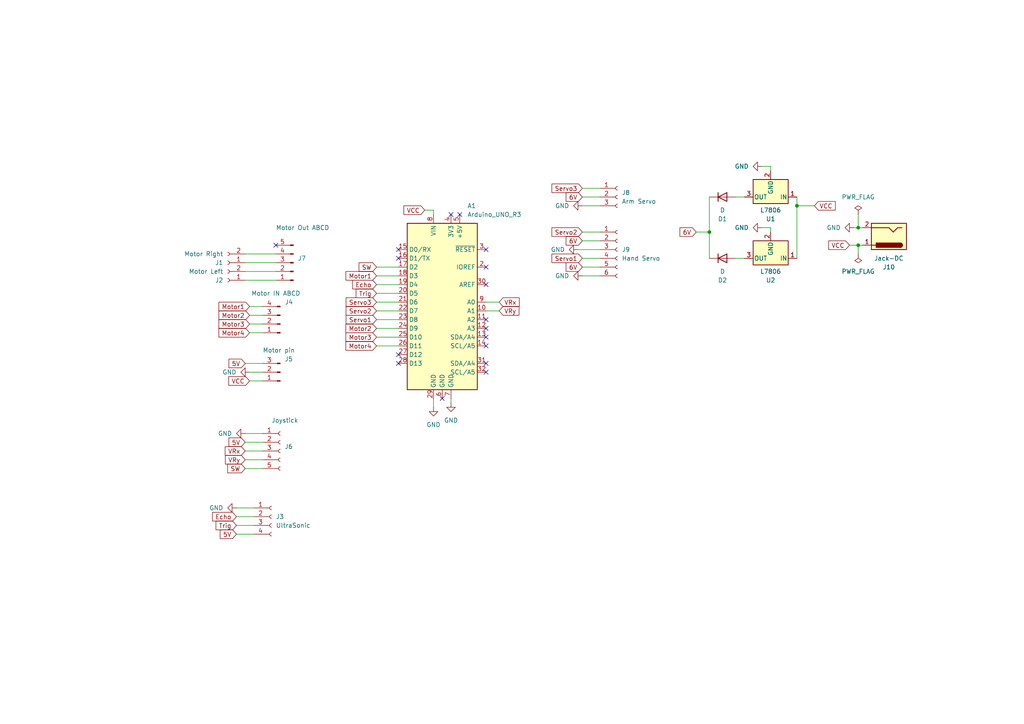
<source format=kicad_sch>
(kicad_sch (version 20230121) (generator eeschema)
  (paper "A4")
  (lib_symbols
    (symbol "Connector:Conn_01x02_Socket" (pin_names (offset 1.016) hide)
      (property "Reference" "J" (at 0 2.54 0))
      (property "Value" "Conn_01x02_Socket" (at 0 -5.08 0))
      (symbol "Conn_01x02_Socket_1_1"
        (arc (start 0 -2.032) (mid -0.5058 -2.54) (end 0 -3.048) (stroke (width 0.1524)))
        (polyline (pts (xy -1.27 -2.54) (xy -0.508 -2.54)) (stroke (width 0.1524)))
        (polyline (pts (xy -1.27 0) (xy -0.508 0)) (stroke (width 0.1524)))
        (arc (start 0 0.508) (mid -0.5058 0) (end 0 -0.508) (stroke (width 0.1524)))
        (pin passive line (at -5.08 0 0) (length 3.81) (name "Pin_1") (number "1"))
        (pin passive line (at -5.08 -2.54 0) (length 3.81) (name "Pin_2") (number "2"))
      )
    )
    (symbol "Connector:Conn_01x03_Pin" (pin_names (offset 1.016) hide)
      (property "Reference" "J" (at 0 5.08 0))
      (property "Value" "Conn_01x03_Pin" (at 0 -5.08 0))
      (symbol "Conn_01x03_Pin_1_1"
        (polyline (pts (xy 1.27 -2.54) (xy 0.8636 -2.54)) (stroke (width 0.1524)))
        (polyline (pts (xy 1.27 0) (xy 0.8636 0)) (stroke (width 0.1524)))
        (polyline (pts (xy 1.27 2.54) (xy 0.8636 2.54)) (stroke (width 0.1524)))
        (rectangle (start 0.8636 -2.413) (end 0 -2.667) (stroke (width 0.1524)) (fill (type outline)))
        (rectangle (start 0.8636 0.127) (end 0 -0.127) (stroke (width 0.1524)) (fill (type outline)))
        (rectangle (start 0.8636 2.667) (end 0 2.413) (stroke (width 0.1524)) (fill (type outline)))
        (pin passive line (at 5.08 2.54 180) (length 3.81) (name "Pin_1") (number "1"))
        (pin passive line (at 5.08 0 180) (length 3.81) (name "Pin_2") (number "2"))
        (pin passive line (at 5.08 -2.54 180) (length 3.81) (name "Pin_3") (number "3"))
      )
    )
    (symbol "Connector:Conn_01x03_Socket" (pin_names (offset 1.016) hide)
      (property "Reference" "J" (at 0 5.08 0))
      (property "Value" "Conn_01x03_Socket" (at 0 -5.08 0))
      (symbol "Conn_01x03_Socket_1_1"
        (arc (start 0 -2.032) (mid -0.5058 -2.54) (end 0 -3.048) (stroke (width 0.1524)))
        (polyline (pts (xy -1.27 -2.54) (xy -0.508 -2.54)) (stroke (width 0.1524)))
        (polyline (pts (xy -1.27 0) (xy -0.508 0)) (stroke (width 0.1524)))
        (polyline (pts (xy -1.27 2.54) (xy -0.508 2.54)) (stroke (width 0.1524)))
        (arc (start 0 0.508) (mid -0.5058 0) (end 0 -0.508) (stroke (width 0.1524)))
        (arc (start 0 3.048) (mid -0.5058 2.54) (end 0 2.032) (stroke (width 0.1524)))
        (pin passive line (at -5.08 2.54 0) (length 3.81) (name "Pin_1") (number "1"))
        (pin passive line (at -5.08 0 0) (length 3.81) (name "Pin_2") (number "2"))
        (pin passive line (at -5.08 -2.54 0) (length 3.81) (name "Pin_3") (number "3"))
      )
    )
    (symbol "Connector:Conn_01x04_Pin" (pin_names (offset 1.016) hide)
      (property "Reference" "J" (at 0 5.08 0))
      (property "Value" "Conn_01x04_Pin" (at 0 -7.62 0))
      (symbol "Conn_01x04_Pin_1_1"
        (polyline (pts (xy 1.27 -5.08) (xy 0.8636 -5.08)) (stroke (width 0.1524)))
        (polyline (pts (xy 1.27 -2.54) (xy 0.8636 -2.54)) (stroke (width 0.1524)))
        (polyline (pts (xy 1.27 0) (xy 0.8636 0)) (stroke (width 0.1524)))
        (polyline (pts (xy 1.27 2.54) (xy 0.8636 2.54)) (stroke (width 0.1524)))
        (rectangle (start 0.8636 -4.953) (end 0 -5.207) (stroke (width 0.1524)) (fill (type outline)))
        (rectangle (start 0.8636 -2.413) (end 0 -2.667) (stroke (width 0.1524)) (fill (type outline)))
        (rectangle (start 0.8636 0.127) (end 0 -0.127) (stroke (width 0.1524)) (fill (type outline)))
        (rectangle (start 0.8636 2.667) (end 0 2.413) (stroke (width 0.1524)) (fill (type outline)))
        (pin passive line (at 5.08 2.54 180) (length 3.81) (name "Pin_1") (number "1"))
        (pin passive line (at 5.08 0 180) (length 3.81) (name "Pin_2") (number "2"))
        (pin passive line (at 5.08 -2.54 180) (length 3.81) (name "Pin_3") (number "3"))
        (pin passive line (at 5.08 -5.08 180) (length 3.81) (name "Pin_4") (number "4"))
      )
    )
    (symbol "Connector:Conn_01x04_Socket" (pin_names (offset 1.016) hide)
      (property "Reference" "J" (at 0 5.08 0))
      (property "Value" "Conn_01x04_Socket" (at 0 -7.62 0))
      (symbol "Conn_01x04_Socket_1_1"
        (arc (start 0 -4.572) (mid -0.5058 -5.08) (end 0 -5.588) (stroke (width 0.1524)))
        (arc (start 0 -2.032) (mid -0.5058 -2.54) (end 0 -3.048) (stroke (width 0.1524)))
        (polyline (pts (xy -1.27 -5.08) (xy -0.508 -5.08)) (stroke (width 0.1524)))
        (polyline (pts (xy -1.27 -2.54) (xy -0.508 -2.54)) (stroke (width 0.1524)))
        (polyline (pts (xy -1.27 0) (xy -0.508 0)) (stroke (width 0.1524)))
        (polyline (pts (xy -1.27 2.54) (xy -0.508 2.54)) (stroke (width 0.1524)))
        (arc (start 0 0.508) (mid -0.5058 0) (end 0 -0.508) (stroke (width 0.1524)))
        (arc (start 0 3.048) (mid -0.5058 2.54) (end 0 2.032) (stroke (width 0.1524)))
        (pin passive line (at -5.08 2.54 0) (length 3.81) (name "Pin_1") (number "1"))
        (pin passive line (at -5.08 0 0) (length 3.81) (name "Pin_2") (number "2"))
        (pin passive line (at -5.08 -2.54 0) (length 3.81) (name "Pin_3") (number "3"))
        (pin passive line (at -5.08 -5.08 0) (length 3.81) (name "Pin_4") (number "4"))
      )
    )
    (symbol "Connector:Conn_01x05_Pin" (pin_names (offset 1.016) hide)
      (property "Reference" "J" (at 0 7.62 0))
      (property "Value" "Conn_01x05_Pin" (at 0 -7.62 0))
      (symbol "Conn_01x05_Pin_1_1"
        (polyline (pts (xy 1.27 -5.08) (xy 0.8636 -5.08)) (stroke (width 0.1524)))
        (polyline (pts (xy 1.27 -2.54) (xy 0.8636 -2.54)) (stroke (width 0.1524)))
        (polyline (pts (xy 1.27 0) (xy 0.8636 0)) (stroke (width 0.1524)))
        (polyline (pts (xy 1.27 2.54) (xy 0.8636 2.54)) (stroke (width 0.1524)))
        (polyline (pts (xy 1.27 5.08) (xy 0.8636 5.08)) (stroke (width 0.1524)))
        (rectangle (start 0.8636 -4.953) (end 0 -5.207) (stroke (width 0.1524)) (fill (type outline)))
        (rectangle (start 0.8636 -2.413) (end 0 -2.667) (stroke (width 0.1524)) (fill (type outline)))
        (rectangle (start 0.8636 0.127) (end 0 -0.127) (stroke (width 0.1524)) (fill (type outline)))
        (rectangle (start 0.8636 2.667) (end 0 2.413) (stroke (width 0.1524)) (fill (type outline)))
        (rectangle (start 0.8636 5.207) (end 0 4.953) (stroke (width 0.1524)) (fill (type outline)))
        (pin passive line (at 5.08 5.08 180) (length 3.81) (name "Pin_1") (number "1"))
        (pin passive line (at 5.08 2.54 180) (length 3.81) (name "Pin_2") (number "2"))
        (pin passive line (at 5.08 0 180) (length 3.81) (name "Pin_3") (number "3"))
        (pin passive line (at 5.08 -2.54 180) (length 3.81) (name "Pin_4") (number "4"))
        (pin passive line (at 5.08 -5.08 180) (length 3.81) (name "Pin_5") (number "5"))
      )
    )
    (symbol "Connector:Conn_01x05_Socket" (pin_names (offset 1.016) hide)
      (property "Reference" "J" (at 0 7.62 0))
      (property "Value" "Conn_01x05_Socket" (at 0 -7.62 0))
      (symbol "Conn_01x05_Socket_1_1"
        (arc (start 0 -4.572) (mid -0.5058 -5.08) (end 0 -5.588) (stroke (width 0.1524)))
        (arc (start 0 -2.032) (mid -0.5058 -2.54) (end 0 -3.048) (stroke (width 0.1524)))
        (polyline (pts (xy -1.27 -5.08) (xy -0.508 -5.08)) (stroke (width 0.1524)))
        (polyline (pts (xy -1.27 -2.54) (xy -0.508 -2.54)) (stroke (width 0.1524)))
        (polyline (pts (xy -1.27 0) (xy -0.508 0)) (stroke (width 0.1524)))
        (polyline (pts (xy -1.27 2.54) (xy -0.508 2.54)) (stroke (width 0.1524)))
        (polyline (pts (xy -1.27 5.08) (xy -0.508 5.08)) (stroke (width 0.1524)))
        (arc (start 0 0.508) (mid -0.5058 0) (end 0 -0.508) (stroke (width 0.1524)))
        (arc (start 0 3.048) (mid -0.5058 2.54) (end 0 2.032) (stroke (width 0.1524)))
        (arc (start 0 5.588) (mid -0.5058 5.08) (end 0 4.572) (stroke (width 0.1524)))
        (pin passive line (at -5.08 5.08 0) (length 3.81) (name "Pin_1") (number "1"))
        (pin passive line (at -5.08 2.54 0) (length 3.81) (name "Pin_2") (number "2"))
        (pin passive line (at -5.08 0 0) (length 3.81) (name "Pin_3") (number "3"))
        (pin passive line (at -5.08 -2.54 0) (length 3.81) (name "Pin_4") (number "4"))
        (pin passive line (at -5.08 -5.08 0) (length 3.81) (name "Pin_5") (number "5"))
      )
    )
    (symbol "Connector:Conn_01x06_Socket" (pin_names (offset 1.016) hide)
      (property "Reference" "J" (at 0 7.62 0))
      (property "Value" "Conn_01x06_Socket" (at 0 -10.16 0))
      (symbol "Conn_01x06_Socket_1_1"
        (arc (start 0 -7.112) (mid -0.5058 -7.62) (end 0 -8.128) (stroke (width 0.1524)))
        (arc (start 0 -4.572) (mid -0.5058 -5.08) (end 0 -5.588) (stroke (width 0.1524)))
        (arc (start 0 -2.032) (mid -0.5058 -2.54) (end 0 -3.048) (stroke (width 0.1524)))
        (polyline (pts (xy -1.27 -7.62) (xy -0.508 -7.62)) (stroke (width 0.1524)))
        (polyline (pts (xy -1.27 -5.08) (xy -0.508 -5.08)) (stroke (width 0.1524)))
        (polyline (pts (xy -1.27 -2.54) (xy -0.508 -2.54)) (stroke (width 0.1524)))
        (polyline (pts (xy -1.27 0) (xy -0.508 0)) (stroke (width 0.1524)))
        (polyline (pts (xy -1.27 2.54) (xy -0.508 2.54)) (stroke (width 0.1524)))
        (polyline (pts (xy -1.27 5.08) (xy -0.508 5.08)) (stroke (width 0.1524)))
        (arc (start 0 0.508) (mid -0.5058 0) (end 0 -0.508) (stroke (width 0.1524)))
        (arc (start 0 3.048) (mid -0.5058 2.54) (end 0 2.032) (stroke (width 0.1524)))
        (arc (start 0 5.588) (mid -0.5058 5.08) (end 0 4.572) (stroke (width 0.1524)))
        (pin passive line (at -5.08 5.08 0) (length 3.81) (name "Pin_1") (number "1"))
        (pin passive line (at -5.08 2.54 0) (length 3.81) (name "Pin_2") (number "2"))
        (pin passive line (at -5.08 0 0) (length 3.81) (name "Pin_3") (number "3"))
        (pin passive line (at -5.08 -2.54 0) (length 3.81) (name "Pin_4") (number "4"))
        (pin passive line (at -5.08 -5.08 0) (length 3.81) (name "Pin_5") (number "5"))
        (pin passive line (at -5.08 -7.62 0) (length 3.81) (name "Pin_6") (number "6"))
      )
    )
    (symbol "Connector:Jack-DC" (pin_names (offset 1.016))
      (property "Reference" "J" (at 0 5.334 0))
      (property "Value" "Jack-DC" (at 0 -5.08 0))
      (symbol "Jack-DC_0_1"
        (rectangle (start -5.08 3.81) (end 5.08 -3.81) (stroke (width 0.254)) (fill (type background)))
        (arc (start -3.302 3.175) (mid -3.9343 2.54) (end -3.302 1.905) (stroke (width 0.254)))
        (arc (start -3.302 3.175) (mid -3.9343 2.54) (end -3.302 1.905) (stroke (width 0.254)) (fill (type outline)))
        (polyline (pts (xy 5.08 2.54) (xy 3.81 2.54)) (stroke (width 0.254)))
        (polyline (pts (xy -3.81 -2.54) (xy -2.54 -2.54) (xy -1.27 -1.27) (xy 0 -2.54) (xy 2.54 -2.54) (xy 5.08 -2.54)) (stroke (width 0.254)))
        (rectangle (start 3.683 3.175) (end -3.302 1.905) (stroke (width 0.254)) (fill (type outline)))
      )
      (symbol "Jack-DC_1_1"
        (pin passive line (at 7.62 2.54 180) (length 2.54) (name "~") (number "1"))
        (pin passive line (at 7.62 -2.54 180) (length 2.54) (name "~") (number "2"))
      )
    )
    (symbol "Device:D" (pin_numbers hide) (pin_names (offset 1.016) hide)
      (property "Reference" "D" (at 0 2.54 0))
      (property "Value" "D" (at 0 -2.54 0))
      (symbol "D_0_1"
        (polyline (pts (xy -1.27 1.27) (xy -1.27 -1.27)) (stroke (width 0.254)))
        (polyline (pts (xy 1.27 0) (xy -1.27 0)))
        (polyline (pts (xy 1.27 1.27) (xy 1.27 -1.27) (xy -1.27 0) (xy 1.27 1.27)) (stroke (width 0.254)))
      )
      (symbol "D_1_1"
        (pin passive line (at -3.81 0 0) (length 2.54) (name "K") (number "1"))
        (pin passive line (at 3.81 0 180) (length 2.54) (name "A") (number "2"))
      )
    )
    (symbol "MCU_Module:Arduino_UNO_R3"
      (property "Reference" "A" (at -10.16 23.495 0))
      (property "Value" "Arduino_UNO_R3" (at 5.08 -26.67 0))
      (symbol "Arduino_UNO_R3_0_1"
        (rectangle (start -10.16 22.86) (end 10.16 -25.4) (stroke (width 0.254)) (fill (type background)))
      )
      (symbol "Arduino_UNO_R3_1_1"
        (pin no_connect line (at -10.16 -20.32 0) (length 2.54) hide (name "NC") (number "1"))
        (pin bidirectional line (at 12.7 -2.54 180) (length 2.54) (name "A1") (number "10"))
        (pin bidirectional line (at 12.7 -5.08 180) (length 2.54) (name "A2") (number "11"))
        (pin bidirectional line (at 12.7 -7.62 180) (length 2.54) (name "A3") (number "12"))
        (pin bidirectional line (at 12.7 -10.16 180) (length 2.54) (name "SDA/A4") (number "13"))
        (pin bidirectional line (at 12.7 -12.7 180) (length 2.54) (name "SCL/A5") (number "14"))
        (pin bidirectional line (at -12.7 15.24 0) (length 2.54) (name "D0/RX") (number "15"))
        (pin bidirectional line (at -12.7 12.7 0) (length 2.54) (name "D1/TX") (number "16"))
        (pin bidirectional line (at -12.7 10.16 0) (length 2.54) (name "D2") (number "17"))
        (pin bidirectional line (at -12.7 7.62 0) (length 2.54) (name "D3") (number "18"))
        (pin bidirectional line (at -12.7 5.08 0) (length 2.54) (name "D4") (number "19"))
        (pin output line (at 12.7 10.16 180) (length 2.54) (name "IOREF") (number "2"))
        (pin bidirectional line (at -12.7 2.54 0) (length 2.54) (name "D5") (number "20"))
        (pin bidirectional line (at -12.7 0 0) (length 2.54) (name "D6") (number "21"))
        (pin bidirectional line (at -12.7 -2.54 0) (length 2.54) (name "D7") (number "22"))
        (pin bidirectional line (at -12.7 -5.08 0) (length 2.54) (name "D8") (number "23"))
        (pin bidirectional line (at -12.7 -7.62 0) (length 2.54) (name "D9") (number "24"))
        (pin bidirectional line (at -12.7 -10.16 0) (length 2.54) (name "D10") (number "25"))
        (pin bidirectional line (at -12.7 -12.7 0) (length 2.54) (name "D11") (number "26"))
        (pin bidirectional line (at -12.7 -15.24 0) (length 2.54) (name "D12") (number "27"))
        (pin bidirectional line (at -12.7 -17.78 0) (length 2.54) (name "D13") (number "28"))
        (pin power_in line (at -2.54 -27.94 90) (length 2.54) (name "GND") (number "29"))
        (pin input line (at 12.7 15.24 180) (length 2.54) (name "~{RESET}") (number "3"))
        (pin input line (at 12.7 5.08 180) (length 2.54) (name "AREF") (number "30"))
        (pin bidirectional line (at 12.7 -17.78 180) (length 2.54) (name "SDA/A4") (number "31"))
        (pin bidirectional line (at 12.7 -20.32 180) (length 2.54) (name "SCL/A5") (number "32"))
        (pin power_out line (at 2.54 25.4 270) (length 2.54) (name "3V3") (number "4"))
        (pin power_out line (at 5.08 25.4 270) (length 2.54) (name "+5V") (number "5"))
        (pin power_in line (at 0 -27.94 90) (length 2.54) (name "GND") (number "6"))
        (pin power_in line (at 2.54 -27.94 90) (length 2.54) (name "GND") (number "7"))
        (pin power_in line (at -2.54 25.4 270) (length 2.54) (name "VIN") (number "8"))
        (pin bidirectional line (at 12.7 0 180) (length 2.54) (name "A0") (number "9"))
      )
    )
    (symbol "Regulator_Linear:L7806" (pin_names (offset 0.254))
      (property "Reference" "U" (at -3.81 3.175 0))
      (property "Value" "L7806" (at 0 3.175 0))
      (symbol "L7806_0_1"
        (rectangle (start -5.08 1.905) (end 5.08 -5.08) (stroke (width 0.254)) (fill (type background)))
      )
      (symbol "L7806_1_1"
        (pin power_in line (at -7.62 0 0) (length 2.54) (name "IN") (number "1"))
        (pin power_in line (at 0 -7.62 90) (length 2.54) (name "GND") (number "2"))
        (pin power_out line (at 7.62 0 180) (length 2.54) (name "OUT") (number "3"))
      )
    )
    (symbol "power:GND" (power) (pin_names (offset 0))
      (property "Value" "GND" (at 0 -3.81 0))
      (symbol "GND_0_1"
        (polyline (pts (xy 0 0) (xy 0 -1.27) (xy 1.27 -1.27) (xy 0 -2.54) (xy -1.27 -1.27) (xy 0 -1.27)))
      )
      (symbol "GND_1_1"
        (pin power_in line (at 0 0 270) (length 0) hide (name "GND") (number "1"))
      )
    )
    (symbol "power:PWR_FLAG" (power) (pin_numbers hide) (pin_names (offset 0) hide)
      (property "Value" "PWR_FLAG" (at 0 3.81 0))
      (symbol "PWR_FLAG_0_0"
        (pin power_out line (at 0 0 90) (length 0) (name "pwr") (number "1"))
      )
      (symbol "PWR_FLAG_0_1"
        (polyline (pts (xy 0 0) (xy 0 1.27) (xy -1.016 1.905) (xy 0 2.54) (xy 1.016 1.905) (xy 0 1.27)))
      )
    )
  )
  (junction (at 205.74 67.31))
  (junction (at 248.92 66.04))
  (junction (at 231.14 59.69))
  (junction (at 248.92 71.12))
  (no_connect (at 140.97 72.39))
  (no_connect (at 128.27 115.57))
  (no_connect (at 140.97 95.25))
  (no_connect (at 80.01 71.12))
  (no_connect (at 140.97 82.55))
  (no_connect (at 115.57 74.93))
  (no_connect (at 115.57 102.87))
  (no_connect (at 140.97 100.33))
  (no_connect (at 140.97 107.95))
  (no_connect (at 140.97 105.41))
  (no_connect (at 130.81 62.23))
  (no_connect (at 140.97 97.79))
  (no_connect (at 115.57 105.41))
  (no_connect (at 140.97 92.71))
  (no_connect (at 133.35 62.23))
  (no_connect (at 140.97 77.47))
  (no_connect (at 115.57 72.39))
  (wire (pts (xy 168.91 80.01) (xy 173.99 80.01)))
  (wire (pts (xy 231.14 59.69) (xy 231.14 57.15)))
  (wire (pts (xy 236.22 59.69) (xy 231.14 59.69)))
  (wire (pts (xy 248.92 71.12) (xy 246.38 71.12)))
  (wire (pts (xy 109.22 95.25) (xy 115.57 95.25)))
  (wire (pts (xy 205.74 67.31) (xy 201.93 67.31)))
  (wire (pts (xy 71.12 125.73) (xy 76.2 125.73)))
  (wire (pts (xy 71.12 105.41) (xy 76.2 105.41)))
  (wire (pts (xy 71.12 76.2) (xy 80.01 76.2)))
  (wire (pts (xy 109.22 92.71) (xy 115.57 92.71)))
  (wire (pts (xy 72.39 91.44) (xy 76.2 91.44)))
  (wire (pts (xy 140.97 90.17) (xy 144.78 90.17)))
  (wire (pts (xy 125.73 115.57) (xy 125.73 118.11)))
  (wire (pts (xy 109.22 77.47) (xy 115.57 77.47)))
  (wire (pts (xy 109.22 87.63) (xy 115.57 87.63)))
  (wire (pts (xy 72.39 110.49) (xy 76.2 110.49)))
  (wire (pts (xy 168.91 77.47) (xy 173.99 77.47)))
  (wire (pts (xy 115.57 100.33) (xy 109.22 100.33)))
  (wire (pts (xy 250.19 71.12) (xy 248.92 71.12)))
  (wire (pts (xy 68.58 152.4) (xy 73.66 152.4)))
  (wire (pts (xy 168.91 69.85) (xy 173.99 69.85)))
  (wire (pts (xy 71.12 81.28) (xy 80.01 81.28)))
  (wire (pts (xy 223.52 49.53) (xy 223.52 48.26)))
  (wire (pts (xy 223.52 48.26) (xy 220.98 48.26)))
  (wire (pts (xy 68.58 147.32) (xy 73.66 147.32)))
  (wire (pts (xy 68.58 154.94) (xy 73.66 154.94)))
  (wire (pts (xy 109.22 82.55) (xy 115.57 82.55)))
  (wire (pts (xy 205.74 67.31) (xy 205.74 57.15)))
  (wire (pts (xy 223.52 66.04) (xy 223.52 67.31)))
  (wire (pts (xy 71.12 135.89) (xy 76.2 135.89)))
  (wire (pts (xy 168.91 74.93) (xy 173.99 74.93)))
  (wire (pts (xy 248.92 73.66) (xy 248.92 71.12)))
  (wire (pts (xy 72.39 93.98) (xy 76.2 93.98)))
  (wire (pts (xy 71.12 130.81) (xy 76.2 130.81)))
  (wire (pts (xy 72.39 88.9) (xy 76.2 88.9)))
  (wire (pts (xy 231.14 74.93) (xy 231.14 59.69)))
  (wire (pts (xy 223.52 66.04) (xy 220.98 66.04)))
  (wire (pts (xy 248.92 66.04) (xy 247.65 66.04)))
  (wire (pts (xy 71.12 133.35) (xy 76.2 133.35)))
  (wire (pts (xy 115.57 97.79) (xy 109.22 97.79)))
  (wire (pts (xy 109.22 90.17) (xy 115.57 90.17)))
  (wire (pts (xy 168.91 67.31) (xy 173.99 67.31)))
  (wire (pts (xy 109.22 80.01) (xy 115.57 80.01)))
  (wire (pts (xy 71.12 78.74) (xy 80.01 78.74)))
  (wire (pts (xy 72.39 107.95) (xy 76.2 107.95)))
  (wire (pts (xy 250.19 66.04) (xy 248.92 66.04)))
  (wire (pts (xy 72.39 96.52) (xy 76.2 96.52)))
  (wire (pts (xy 109.22 85.09) (xy 115.57 85.09)))
  (wire (pts (xy 123.19 60.96) (xy 125.73 60.96)))
  (wire (pts (xy 205.74 74.93) (xy 205.74 67.31)))
  (wire (pts (xy 168.91 59.69) (xy 173.99 59.69)))
  (wire (pts (xy 125.73 60.96) (xy 125.73 62.23)))
  (wire (pts (xy 71.12 128.27) (xy 76.2 128.27)))
  (wire (pts (xy 215.9 57.15) (xy 213.36 57.15)))
  (wire (pts (xy 68.58 149.86) (xy 73.66 149.86)))
  (wire (pts (xy 248.92 66.04) (xy 248.92 62.23)))
  (wire (pts (xy 71.12 73.66) (xy 80.01 73.66)))
  (wire (pts (xy 130.81 115.57) (xy 130.81 116.84)))
  (wire (pts (xy 167.64 72.39) (xy 173.99 72.39)))
  (wire (pts (xy 168.91 57.15) (xy 173.99 57.15)))
  (wire (pts (xy 168.91 54.61) (xy 173.99 54.61)))
  (wire (pts (xy 140.97 87.63) (xy 144.78 87.63)))
  (wire (pts (xy 215.9 74.93) (xy 213.36 74.93)))
  (global_label "Motor4" (shape input) (at 72.39 96.52 180) (property "Intersheetrefs" "${INTERSHEET_REFS}" (effects hide)))
  (global_label "Echo" (shape input) (at 109.22 82.55 180) (property "Intersheetrefs" "${INTERSHEET_REFS}" (effects hide)))
  (global_label "Trig" (shape input) (at 109.22 85.09 180) (property "Intersheetrefs" "${INTERSHEET_REFS}" (effects hide)))
  (global_label "Motor2" (shape input) (at 72.39 91.44 180) (property "Intersheetrefs" "${INTERSHEET_REFS}" (effects hide)))
  (global_label "Motor4" (shape input) (at 109.22 100.33 180) (property "Intersheetrefs" "${INTERSHEET_REFS}" (effects hide)))
  (global_label "Motor1" (shape input) (at 109.22 80.01 180) (property "Intersheetrefs" "${INTERSHEET_REFS}" (effects hide)))
  (global_label "6V" (shape input) (at 168.91 57.15 180) (property "Intersheetrefs" "${INTERSHEET_REFS}" (effects hide)))
  (global_label "5V" (shape input) (at 71.12 128.27 180) (property "Intersheetrefs" "${INTERSHEET_REFS}" (effects hide)))
  (global_label "6V" (shape input) (at 168.91 77.47 180) (property "Intersheetrefs" "${INTERSHEET_REFS}" (effects hide)))
  (global_label "Motor1" (shape input) (at 72.39 88.9 180) (property "Intersheetrefs" "${INTERSHEET_REFS}" (effects hide)))
  (global_label "VCC" (shape input) (at 123.19 60.96 180) (property "Intersheetrefs" "${INTERSHEET_REFS}" (effects hide)))
  (global_label "Servo2" (shape input) (at 168.91 67.31 180) (property "Intersheetrefs" "${INTERSHEET_REFS}" (effects hide)))
  (global_label "Motor3" (shape input) (at 109.22 97.79 180) (property "Intersheetrefs" "${INTERSHEET_REFS}" (effects hide)))
  (global_label "Motor3" (shape input) (at 72.39 93.98 180) (property "Intersheetrefs" "${INTERSHEET_REFS}" (effects hide)))
  (global_label "Servo1" (shape input) (at 109.22 92.71 180) (property "Intersheetrefs" "${INTERSHEET_REFS}" (effects hide)))
  (global_label "Trig" (shape input) (at 68.58 152.4 180) (property "Intersheetrefs" "${INTERSHEET_REFS}" (effects hide)))
  (global_label "Motor2" (shape input) (at 109.22 95.25 180) (property "Intersheetrefs" "${INTERSHEET_REFS}" (effects hide)))
  (global_label "Servo2" (shape input) (at 109.22 90.17 180) (property "Intersheetrefs" "${INTERSHEET_REFS}" (effects hide)))
  (global_label "6V" (shape input) (at 168.91 69.85 180) (property "Intersheetrefs" "${INTERSHEET_REFS}" (effects hide)))
  (global_label "VCC" (shape input) (at 236.22 59.69 0) (property "Intersheetrefs" "${INTERSHEET_REFS}" (effects hide)))
  (global_label "Servo3" (shape input) (at 109.22 87.63 180) (property "Intersheetrefs" "${INTERSHEET_REFS}" (effects hide)))
  (global_label "Servo1" (shape input) (at 168.91 74.93 180) (property "Intersheetrefs" "${INTERSHEET_REFS}" (effects hide)))
  (global_label "Servo3" (shape input) (at 168.91 54.61 180) (property "Intersheetrefs" "${INTERSHEET_REFS}" (effects hide)))
  (global_label "5V" (shape input) (at 68.58 154.94 180) (property "Intersheetrefs" "${INTERSHEET_REFS}" (effects hide)))
  (global_label "VCC" (shape input) (at 72.39 110.49 180) (property "Intersheetrefs" "${INTERSHEET_REFS}" (effects hide)))
  (global_label "Echo" (shape input) (at 68.58 149.86 180) (property "Intersheetrefs" "${INTERSHEET_REFS}" (effects hide)))
  (global_label "SW" (shape input) (at 71.12 135.89 180) (property "Intersheetrefs" "${INTERSHEET_REFS}" (effects hide)))
  (global_label "5V" (shape input) (at 71.12 105.41 180) (property "Intersheetrefs" "${INTERSHEET_REFS}" (effects hide)))
  (global_label "VRy" (shape input) (at 71.12 133.35 180) (property "Intersheetrefs" "${INTERSHEET_REFS}" (effects hide)))
  (global_label "SW" (shape input) (at 109.22 77.47 180) (property "Intersheetrefs" "${INTERSHEET_REFS}" (effects hide)))
  (global_label "VRy" (shape input) (at 144.78 90.17 0) (property "Intersheetrefs" "${INTERSHEET_REFS}" (effects hide)))
  (global_label "VCC" (shape input) (at 246.38 71.12 180) (property "Intersheetrefs" "${INTERSHEET_REFS}" (effects hide)))
  (global_label "6V" (shape input) (at 201.93 67.31 180) (property "Intersheetrefs" "${INTERSHEET_REFS}" (effects hide)))
  (global_label "VRx" (shape input) (at 144.78 87.63 0) (property "Intersheetrefs" "${INTERSHEET_REFS}" (effects hide)))
  (global_label "VRx" (shape input) (at 71.12 130.81 180) (property "Intersheetrefs" "${INTERSHEET_REFS}" (effects hide)))
  (symbol (lib_id "Device:D") (at 209.55 74.93 0) (unit 1)
    (property "Reference" "D2" (at 209.55 81.28 0))
    (property "Value" "D" (at 209.55 78.74 0))
    (property "Footprint" "Diode_THT:D_DO-15_P5.08mm_Vertical_KathodeUp" (effects hide))
    (property "Sim.Device" "D" (effects hide))
    (property "Sim.Pins" "1=K 2=A" (effects hide))
  )
  (symbol (lib_id "Connector:Conn_01x05_Pin") (at 85.09 76.2 180) (unit 1)
    (property "Reference" "J7" (at 86.36 74.93 0) (effects (justify right)))
    (property "Value" "Motor Out ABCD" (at 80.01 66.04 0) (effects (justify right)))
    (property "Footprint" "Connector_JST:JST_XH_B5B-XH-A_1x05_P2.50mm_Vertical" (effects hide))
  )
  (symbol (lib_id "power:GND") (at 72.39 107.95 270) (unit 1)
    (property "Reference" "#PWR03" (effects hide))
    (property "Value" "GND" (at 68.58 107.95 90) (effects (justify right)))
  )
  (symbol (lib_id "power:GND") (at 130.81 116.84 0) (unit 1)
    (property "Reference" "#PWR04" (effects hide))
    (property "Value" "GND" (at 130.81 121.92 0))
  )
  (symbol (lib_id "power:PWR_FLAG") (at 248.92 62.23 0) (unit 1)
    (property "Reference" "#FLG01" (effects hide))
    (property "Value" "PWR_FLAG" (at 248.92 57.15 0))
  )
  (symbol (lib_id "Regulator_Linear:L7806") (at 223.52 74.93 180) (unit 1)
    (property "Reference" "U2" (at 223.52 81.28 0))
    (property "Value" "L7806" (at 223.52 78.74 0))
    (property "Footprint" "Package_TO_SOT_THT:TO-220-3_Vertical" (effects hide))
    (property "Datasheet" "http://www.st.com/content/ccc/resource/technical/document/datasheet/41/4f/b3/b0/12/d4/47/88/CD00000444.pdf/files/CD00000444.pdf/jcr:content/translations/en.CD00000444.pdf" (effects hide))
  )
  (symbol (lib_id "power:GND") (at 247.65 66.04 270) (unit 1)
    (property "Reference" "#PWR010" (effects hide))
    (property "Value" "GND" (at 243.84 66.04 90) (effects (justify right)))
  )
  (symbol (lib_id "Connector:Conn_01x03_Socket") (at 179.07 57.15 0) (unit 1)
    (property "Reference" "J8" (at 180.34 55.88 0) (effects (justify left)))
    (property "Value" "Arm Servo" (at 180.34 58.42 0) (effects (justify left)))
    (property "Footprint" "Connector_JST:JST_XH_B3B-XH-A_1x03_P2.50mm_Vertical" (effects hide))
  )
  (symbol (lib_id "power:GND") (at 168.91 59.69 270) (unit 1)
    (property "Reference" "#PWR06" (effects hide))
    (property "Value" "GND" (at 165.1 59.69 90) (effects (justify right)))
  )
  (symbol (lib_id "power:GND") (at 68.58 147.32 270) (unit 1)
    (property "Reference" "#PWR01" (effects hide))
    (property "Value" "GND" (at 64.77 147.32 90) (effects (justify right)))
  )
  (symbol (lib_id "Connector:Conn_01x06_Socket") (at 179.07 72.39 0) (unit 1)
    (property "Reference" "J9" (at 180.34 72.39 0) (effects (justify left)))
    (property "Value" "Hand Servo" (at 180.34 74.93 0) (effects (justify left)))
    (property "Footprint" "Connector_JST:JST_XH_B6B-XH-A_1x06_P2.50mm_Vertical" (effects hide))
  )
  (symbol (lib_id "power:GND") (at 220.98 48.26 270) (unit 1)
    (property "Reference" "#PWR08" (effects hide))
    (property "Value" "GND" (at 217.17 48.26 90) (effects (justify right)))
  )
  (symbol (lib_id "Connector:Conn_01x04_Socket") (at 78.74 149.86 0) (unit 1)
    (property "Reference" "J3" (at 80.01 149.86 0) (effects (justify left)))
    (property "Value" "UltraSonic" (at 80.01 152.4 0) (effects (justify left)))
    (property "Footprint" "Connector_PinSocket_2.54mm:PinSocket_1x04_P2.54mm_Vertical" (effects hide))
  )
  (symbol (lib_id "Connector:Conn_01x02_Socket") (at 66.04 76.2 180) (unit 1)
    (property "Reference" "J1" (at 64.77 76.2 0) (effects (justify left)))
    (property "Value" "Motor Right" (at 64.77 73.66 0) (effects (justify left)))
    (property "Footprint" "Connector_PinHeader_2.54mm:PinHeader_1x02_P2.54mm_Vertical" (effects hide))
  )
  (symbol (lib_id "power:PWR_FLAG") (at 248.92 73.66 180) (unit 1)
    (property "Reference" "#FLG02" (effects hide))
    (property "Value" "PWR_FLAG" (at 248.92 78.74 0))
  )
  (symbol (lib_id "Connector:Conn_01x03_Pin") (at 81.28 107.95 180) (unit 1)
    (property "Reference" "J5" (at 82.55 104.14 0) (effects (justify right)))
    (property "Value" "Motor pin" (at 76.2 101.6 0) (effects (justify right)))
    (property "Footprint" "Connector_PinHeader_2.54mm:PinHeader_1x03_P2.54mm_Vertical" (effects hide))
  )
  (symbol (lib_id "Connector:Conn_01x04_Pin") (at 81.28 93.98 180) (unit 1)
    (property "Reference" "J4" (at 83.82 87.63 0))
    (property "Value" "Motor IN ABCD" (at 80.01 85.09 0))
    (property "Footprint" "Connector_PinHeader_2.54mm:PinHeader_1x04_P2.54mm_Vertical" (effects hide))
  )
  (symbol (lib_id "Connector:Jack-DC") (at 257.81 68.58 180) (unit 1)
    (property "Reference" "J10" (at 257.81 77.47 0))
    (property "Value" "Jack-DC" (at 257.81 74.93 0))
    (property "Footprint" "Connector_BarrelJack:BarrelJack_CUI_PJ-063AH_Horizontal" (effects hide))
  )
  (symbol (lib_id "Connector:Conn_01x05_Socket") (at 81.28 130.81 0) (unit 1)
    (property "Reference" "J6" (at 82.55 129.54 0) (effects (justify left)))
    (property "Value" "Joystick" (at 78.74 121.92 0) (effects (justify left)))
    (property "Footprint" "Connector_PinHeader_2.54mm:PinHeader_1x05_P2.54mm_Vertical" (effects hide))
  )
  (symbol (lib_id "power:GND") (at 167.64 72.39 270) (unit 1)
    (property "Reference" "#PWR05" (effects hide))
    (property "Value" "GND" (at 163.83 72.39 90) (effects (justify right)))
  )
  (symbol (lib_id "power:GND") (at 220.98 66.04 270) (unit 1)
    (property "Reference" "#PWR09" (effects hide))
    (property "Value" "GND" (at 217.17 66.04 90) (effects (justify right)))
  )
  (symbol (lib_id "power:GND") (at 168.91 80.01 270) (unit 1)
    (property "Reference" "#PWR07" (effects hide))
    (property "Value" "GND" (at 165.1 80.01 90) (effects (justify right)))
  )
  (symbol (lib_id "Connector:Conn_01x02_Socket") (at 66.04 81.28 180) (unit 1)
    (property "Reference" "J2" (at 64.77 81.28 0) (effects (justify left)))
    (property "Value" "Motor Left" (at 64.77 78.74 0) (effects (justify left)))
    (property "Footprint" "Connector_PinHeader_2.54mm:PinHeader_1x02_P2.54mm_Vertical" (effects hide))
  )
  (symbol (lib_id "Regulator_Linear:L7806") (at 223.52 57.15 180) (unit 1)
    (property "Reference" "U1" (at 223.52 63.5 0))
    (property "Value" "L7806" (at 223.52 60.96 0))
    (property "Footprint" "Package_TO_SOT_THT:TO-220-3_Vertical" (effects hide))
    (property "Datasheet" "http://www.st.com/content/ccc/resource/technical/document/datasheet/41/4f/b3/b0/12/d4/47/88/CD00000444.pdf/files/CD00000444.pdf/jcr:content/translations/en.CD00000444.pdf" (effects hide))
  )
  (symbol (lib_id "power:GND") (at 125.73 118.11 0) (unit 1)
    (property "Reference" "#PWR011" (effects hide))
    (property "Value" "GND" (at 125.73 123.19 0))
  )
  (symbol (lib_id "Device:D") (at 209.55 57.15 0) (unit 1)
    (property "Reference" "D1" (at 209.55 63.5 0))
    (property "Value" "D" (at 209.55 60.96 0))
    (property "Footprint" "Diode_THT:D_DO-15_P5.08mm_Vertical_KathodeUp" (effects hide))
    (property "Sim.Device" "D" (effects hide))
    (property "Sim.Pins" "1=K 2=A" (effects hide))
  )
  (symbol (lib_id "power:GND") (at 71.12 125.73 270) (unit 1)
    (property "Reference" "#PWR02" (effects hide))
    (property "Value" "GND" (at 67.31 125.73 90) (effects (justify right)))
  )
  (symbol (lib_id "MCU_Module:Arduino_UNO_R3") (at 128.27 87.63 0) (unit 1)
    (property "Reference" "A1" (at 135.5441 59.69 0) (effects (justify left)))
    (property "Value" "Arduino_UNO_R3" (at 135.5441 62.23 0) (effects (justify left)))
    (property "Footprint" "Module:Arduino_UNO_R3" (effects hide))
    (property "Datasheet" "https://www.arduino.cc/en/Main/arduinoBoardUno" (effects hide))
  )
)
</source>
